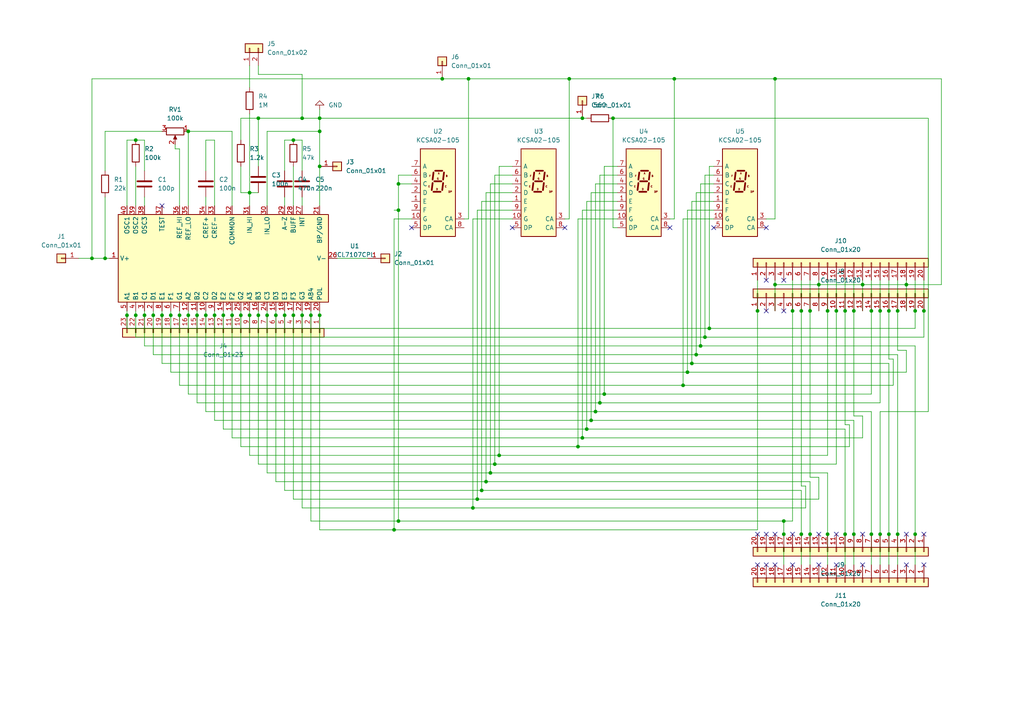
<source format=kicad_sch>
(kicad_sch (version 20211123) (generator eeschema)
  (paper "A4")
  (title_block (title "Voltímetro") (date "2022-09-01") (rev "1.0") (company "Instituto Tecnológico de Costa Rica") (comment 1 "Prototipo de PCB"))
  (lib_symbols
    (symbol "Analog_ADC:ICL7107CPL"
      (property "Reference" "U" (at -12.7 31.75 0))
      (property "Value" "ICL7107CPL" (at 0 0 0))
      (symbol "ICL7107CPL_0_1"
        (rectangle (start -12.7 30.48) (end 12.7 -30.48) (stroke (width 0.254)) (fill (type background)))
      )
      (symbol "ICL7107CPL_1_1"
        (pin power_in line (at 0 33.02 270) (length 2.54) (name "V+") (number "1"))
        (pin output line (at -15.24 5.08 0) (length 2.54) (name "C2") (number "10"))
        (pin output line (at -15.24 7.62 0) (length 2.54) (name "B2") (number "11"))
        (pin output line (at -15.24 10.16 0) (length 2.54) (name "A2") (number "12"))
        (pin output line (at -15.24 -2.54 0) (length 2.54) (name "F2") (number "13"))
        (pin output line (at -15.24 0 0) (length 2.54) (name "E2") (number "14"))
        (pin output line (at -15.24 -15.24 0) (length 2.54) (name "D3") (number "15"))
        (pin output line (at -15.24 -10.16 0) (length 2.54) (name "B3") (number "16"))
        (pin output line (at -15.24 -20.32 0) (length 2.54) (name "F3") (number "17"))
        (pin output line (at -15.24 -17.78 0) (length 2.54) (name "E3") (number "18"))
        (pin output line (at -15.24 -25.4 0) (length 2.54) (name "AB4") (number "19"))
        (pin output line (at -15.24 20.32 0) (length 2.54) (name "D1") (number "2"))
        (pin output line (at -15.24 -27.94 0) (length 2.54) (name "POL") (number "20"))
        (pin bidirectional line (at 15.24 -27.94 180) (length 2.54) (name "BP/GND") (number "21"))
        (pin output line (at -15.24 -22.86 0) (length 2.54) (name "G3") (number "22"))
        (pin output line (at -15.24 -7.62 0) (length 2.54) (name "A3") (number "23"))
        (pin output line (at -15.24 -12.7 0) (length 2.54) (name "C3") (number "24"))
        (pin output line (at -15.24 -5.08 0) (length 2.54) (name "G2") (number "25"))
        (pin power_in line (at 0 -33.02 90) (length 2.54) (name "V-") (number "26"))
        (pin passive line (at 15.24 -22.86 180) (length 2.54) (name "INT") (number "27"))
        (pin output line (at 15.24 -20.32 180) (length 2.54) (name "BUFF") (number "28"))
        (pin passive line (at 15.24 -17.78 180) (length 2.54) (name "A-Z") (number "29"))
        (pin output line (at -15.24 22.86 0) (length 2.54) (name "C1") (number "3"))
        (pin input line (at 15.24 -12.7 180) (length 2.54) (name "IN_LO") (number "30"))
        (pin input line (at 15.24 -7.62 180) (length 2.54) (name "IN_HI") (number "31"))
        (pin output line (at 15.24 -2.54 180) (length 2.54) (name "COMMON") (number "32"))
        (pin passive line (at 15.24 2.54 180) (length 2.54) (name "CREF-") (number "33"))
        (pin passive line (at 15.24 5.08 180) (length 2.54) (name "CREF+") (number "34"))
        (pin passive line (at 15.24 10.16 180) (length 2.54) (name "REF_LO") (number "35"))
        (pin passive line (at 15.24 12.7 180) (length 2.54) (name "REF_HI") (number "36"))
        (pin passive line (at 15.24 17.78 180) (length 2.54) (name "TEST") (number "37"))
        (pin passive line (at 15.24 22.86 180) (length 2.54) (name "OSC3") (number "38"))
        (pin passive line (at 15.24 25.4 180) (length 2.54) (name "OSC2") (number "39"))
        (pin output line (at -15.24 25.4 0) (length 2.54) (name "B1") (number "4"))
        (pin passive line (at 15.24 27.94 180) (length 2.54) (name "OSC1") (number "40"))
        (pin output line (at -15.24 27.94 0) (length 2.54) (name "A1") (number "5"))
        (pin output line (at -15.24 15.24 0) (length 2.54) (name "F1") (number "6"))
        (pin output line (at -15.24 12.7 0) (length 2.54) (name "G1") (number "7"))
        (pin output line (at -15.24 17.78 0) (length 2.54) (name "E1") (number "8"))
        (pin output line (at -15.24 2.54 0) (length 2.54) (name "D2") (number "9"))
      )
    )
    (symbol "Connector_Generic:Conn_01x01" (pin_names (offset 1.016) hide)
      (property "Reference" "J" (at 0 2.54 0))
      (property "Value" "Conn_01x01" (at 0 -2.54 0))
      (symbol "Conn_01x01_1_1"
        (rectangle (start -1.27 0.127) (end 0 -0.127) (stroke (width 0.1524)))
        (rectangle (start -1.27 1.27) (end 1.27 -1.27) (stroke (width 0.254)) (fill (type background)))
        (pin passive line (at -5.08 0 0) (length 3.81) (name "Pin_1") (number "1"))
      )
    )
    (symbol "Connector_Generic:Conn_01x02" (pin_names (offset 1.016) hide)
      (property "Reference" "J" (at 0 2.54 0))
      (property "Value" "Conn_01x02" (at 0 -5.08 0))
      (symbol "Conn_01x02_1_1"
        (rectangle (start -1.27 -2.413) (end 0 -2.667) (stroke (width 0.1524)))
        (rectangle (start -1.27 0.127) (end 0 -0.127) (stroke (width 0.1524)))
        (rectangle (start -1.27 1.27) (end 1.27 -3.81) (stroke (width 0.254)) (fill (type background)))
        (pin passive line (at -5.08 0 0) (length 3.81) (name "Pin_1") (number "1"))
        (pin passive line (at -5.08 -2.54 0) (length 3.81) (name "Pin_2") (number "2"))
      )
    )
    (symbol "Connector_Generic:Conn_01x20" (pin_names (offset 1.016) hide)
      (property "Reference" "J" (at 0 25.4 0))
      (property "Value" "Conn_01x20" (at 0 -27.94 0))
      (symbol "Conn_01x20_1_1"
        (rectangle (start -1.27 -25.273) (end 0 -25.527) (stroke (width 0.1524)))
        (rectangle (start -1.27 -22.733) (end 0 -22.987) (stroke (width 0.1524)))
        (rectangle (start -1.27 -20.193) (end 0 -20.447) (stroke (width 0.1524)))
        (rectangle (start -1.27 -17.653) (end 0 -17.907) (stroke (width 0.1524)))
        (rectangle (start -1.27 -15.113) (end 0 -15.367) (stroke (width 0.1524)))
        (rectangle (start -1.27 -12.573) (end 0 -12.827) (stroke (width 0.1524)))
        (rectangle (start -1.27 -10.033) (end 0 -10.287) (stroke (width 0.1524)))
        (rectangle (start -1.27 -7.493) (end 0 -7.747) (stroke (width 0.1524)))
        (rectangle (start -1.27 -4.953) (end 0 -5.207) (stroke (width 0.1524)))
        (rectangle (start -1.27 -2.413) (end 0 -2.667) (stroke (width 0.1524)))
        (rectangle (start -1.27 0.127) (end 0 -0.127) (stroke (width 0.1524)))
        (rectangle (start -1.27 2.667) (end 0 2.413) (stroke (width 0.1524)))
        (rectangle (start -1.27 5.207) (end 0 4.953) (stroke (width 0.1524)))
        (rectangle (start -1.27 7.747) (end 0 7.493) (stroke (width 0.1524)))
        (rectangle (start -1.27 10.287) (end 0 10.033) (stroke (width 0.1524)))
        (rectangle (start -1.27 12.827) (end 0 12.573) (stroke (width 0.1524)))
        (rectangle (start -1.27 15.367) (end 0 15.113) (stroke (width 0.1524)))
        (rectangle (start -1.27 17.907) (end 0 17.653) (stroke (width 0.1524)))
        (rectangle (start -1.27 20.447) (end 0 20.193) (stroke (width 0.1524)))
        (rectangle (start -1.27 22.987) (end 0 22.733) (stroke (width 0.1524)))
        (rectangle (start -1.27 24.13) (end 1.27 -26.67) (stroke (width 0.254)) (fill (type background)))
        (pin passive line (at -5.08 22.86 0) (length 3.81) (name "Pin_1") (number "1"))
        (pin passive line (at -5.08 0 0) (length 3.81) (name "Pin_10") (number "10"))
        (pin passive line (at -5.08 -2.54 0) (length 3.81) (name "Pin_11") (number "11"))
        (pin passive line (at -5.08 -5.08 0) (length 3.81) (name "Pin_12") (number "12"))
        (pin passive line (at -5.08 -7.62 0) (length 3.81) (name "Pin_13") (number "13"))
        (pin passive line (at -5.08 -10.16 0) (length 3.81) (name "Pin_14") (number "14"))
        (pin passive line (at -5.08 -12.7 0) (length 3.81) (name "Pin_15") (number "15"))
        (pin passive line (at -5.08 -15.24 0) (length 3.81) (name "Pin_16") (number "16"))
        (pin passive line (at -5.08 -17.78 0) (length 3.81) (name "Pin_17") (number "17"))
        (pin passive line (at -5.08 -20.32 0) (length 3.81) (name "Pin_18") (number "18"))
        (pin passive line (at -5.08 -22.86 0) (length 3.81) (name "Pin_19") (number "19"))
        (pin passive line (at -5.08 20.32 0) (length 3.81) (name "Pin_2") (number "2"))
        (pin passive line (at -5.08 -25.4 0) (length 3.81) (name "Pin_20") (number "20"))
        (pin passive line (at -5.08 17.78 0) (length 3.81) (name "Pin_3") (number "3"))
        (pin passive line (at -5.08 15.24 0) (length 3.81) (name "Pin_4") (number "4"))
        (pin passive line (at -5.08 12.7 0) (length 3.81) (name "Pin_5") (number "5"))
        (pin passive line (at -5.08 10.16 0) (length 3.81) (name "Pin_6") (number "6"))
        (pin passive line (at -5.08 7.62 0) (length 3.81) (name "Pin_7") (number "7"))
        (pin passive line (at -5.08 5.08 0) (length 3.81) (name "Pin_8") (number "8"))
        (pin passive line (at -5.08 2.54 0) (length 3.81) (name "Pin_9") (number "9"))
      )
    )
    (symbol "Connector_Generic:Conn_01x23" (pin_names (offset 1.016) hide)
      (property "Reference" "J" (at 0 30.48 0))
      (property "Value" "Conn_01x23" (at 0 -30.48 0))
      (symbol "Conn_01x23_1_1"
        (rectangle (start -1.27 -27.813) (end 0 -28.067) (stroke (width 0.1524)))
        (rectangle (start -1.27 -25.273) (end 0 -25.527) (stroke (width 0.1524)))
        (rectangle (start -1.27 -22.733) (end 0 -22.987) (stroke (width 0.1524)))
        (rectangle (start -1.27 -20.193) (end 0 -20.447) (stroke (width 0.1524)))
        (rectangle (start -1.27 -17.653) (end 0 -17.907) (stroke (width 0.1524)))
        (rectangle (start -1.27 -15.113) (end 0 -15.367) (stroke (width 0.1524)))
        (rectangle (start -1.27 -12.573) (end 0 -12.827) (stroke (width 0.1524)))
        (rectangle (start -1.27 -10.033) (end 0 -10.287) (stroke (width 0.1524)))
        (rectangle (start -1.27 -7.493) (end 0 -7.747) (stroke (width 0.1524)))
        (rectangle (start -1.27 -4.953) (end 0 -5.207) (stroke (width 0.1524)))
        (rectangle (start -1.27 -2.413) (end 0 -2.667) (stroke (width 0.1524)))
        (rectangle (start -1.27 0.127) (end 0 -0.127) (stroke (width 0.1524)))
        (rectangle (start -1.27 2.667) (end 0 2.413) (stroke (width 0.1524)))
        (rectangle (start -1.27 5.207) (end 0 4.953) (stroke (width 0.1524)))
        (rectangle (start -1.27 7.747) (end 0 7.493) (stroke (width 0.1524)))
        (rectangle (start -1.27 10.287) (end 0 10.033) (stroke (width 0.1524)))
        (rectangle (start -1.27 12.827) (end 0 12.573) (stroke (width 0.1524)))
        (rectangle (start -1.27 15.367) (end 0 15.113) (stroke (width 0.1524)))
        (rectangle (start -1.27 17.907) (end 0 17.653) (stroke (width 0.1524)))
        (rectangle (start -1.27 20.447) (end 0 20.193) (stroke (width 0.1524)))
        (rectangle (start -1.27 22.987) (end 0 22.733) (stroke (width 0.1524)))
        (rectangle (start -1.27 25.527) (end 0 25.273) (stroke (width 0.1524)))
        (rectangle (start -1.27 28.067) (end 0 27.813) (stroke (width 0.1524)))
        (rectangle (start -1.27 29.21) (end 1.27 -29.21) (stroke (width 0.254)) (fill (type background)))
        (pin passive line (at -5.08 27.94 0) (length 3.81) (name "Pin_1") (number "1"))
        (pin passive line (at -5.08 5.08 0) (length 3.81) (name "Pin_10") (number "10"))
        (pin passive line (at -5.08 2.54 0) (length 3.81) (name "Pin_11") (number "11"))
        (pin passive line (at -5.08 0 0) (length 3.81) (name "Pin_12") (number "12"))
        (pin passive line (at -5.08 -2.54 0) (length 3.81) (name "Pin_13") (number "13"))
        (pin passive line (at -5.08 -5.08 0) (length 3.81) (name "Pin_14") (number "14"))
        (pin passive line (at -5.08 -7.62 0) (length 3.81) (name "Pin_15") (number "15"))
        (pin passive line (at -5.08 -10.16 0) (length 3.81) (name "Pin_16") (number "16"))
        (pin passive line (at -5.08 -12.7 0) (length 3.81) (name "Pin_17") (number "17"))
        (pin passive line (at -5.08 -15.24 0) (length 3.81) (name "Pin_18") (number "18"))
        (pin passive line (at -5.08 -17.78 0) (length 3.81) (name "Pin_19") (number "19"))
        (pin passive line (at -5.08 25.4 0) (length 3.81) (name "Pin_2") (number "2"))
        (pin passive line (at -5.08 -20.32 0) (length 3.81) (name "Pin_20") (number "20"))
        (pin passive line (at -5.08 -22.86 0) (length 3.81) (name "Pin_21") (number "21"))
        (pin passive line (at -5.08 -25.4 0) (length 3.81) (name "Pin_22") (number "22"))
        (pin passive line (at -5.08 -27.94 0) (length 3.81) (name "Pin_23") (number "23"))
        (pin passive line (at -5.08 22.86 0) (length 3.81) (name "Pin_3") (number "3"))
        (pin passive line (at -5.08 20.32 0) (length 3.81) (name "Pin_4") (number "4"))
        (pin passive line (at -5.08 17.78 0) (length 3.81) (name "Pin_5") (number "5"))
        (pin passive line (at -5.08 15.24 0) (length 3.81) (name "Pin_6") (number "6"))
        (pin passive line (at -5.08 12.7 0) (length 3.81) (name "Pin_7") (number "7"))
        (pin passive line (at -5.08 10.16 0) (length 3.81) (name "Pin_8") (number "8"))
        (pin passive line (at -5.08 7.62 0) (length 3.81) (name "Pin_9") (number "9"))
      )
    )
    (symbol "Device:C" (pin_numbers hide) (pin_names (offset 0.254))
      (property "Reference" "C" (at 0.635 2.54 0))
      (property "Value" "C" (at 0.635 -2.54 0))
      (symbol "C_0_1"
        (polyline (pts (xy -2.032 -0.762) (xy 2.032 -0.762)) (stroke (width 0.508)))
        (polyline (pts (xy -2.032 0.762) (xy 2.032 0.762)) (stroke (width 0.508)))
      )
      (symbol "C_1_1"
        (pin passive line (at 0 3.81 270) (length 2.794) (name "~") (number "1"))
        (pin passive line (at 0 -3.81 90) (length 2.794) (name "~") (number "2"))
      )
    )
    (symbol "Device:R" (pin_numbers hide) (pin_names (offset 0))
      (property "Reference" "R" (at 2.032 0 90))
      (property "Value" "R" (at 0 0 90))
      (symbol "R_0_1"
        (rectangle (start -1.016 -2.54) (end 1.016 2.54) (stroke (width 0.254)))
      )
      (symbol "R_1_1"
        (pin passive line (at 0 3.81 270) (length 1.27) (name "~") (number "1"))
        (pin passive line (at 0 -3.81 90) (length 1.27) (name "~") (number "2"))
      )
    )
    (symbol "Device:R_Potentiometer" (pin_names (offset 1.016) hide)
      (property "Reference" "RV" (at -4.445 0 90))
      (property "Value" "R_Potentiometer" (at -2.54 0 90))
      (symbol "R_Potentiometer_0_1"
        (polyline (pts (xy 2.54 0) (xy 1.524 0)))
        (polyline (pts (xy 1.143 0) (xy 2.286 0.508) (xy 2.286 -0.508) (xy 1.143 0)) (fill (type outline)))
        (rectangle (start 1.016 2.54) (end -1.016 -2.54) (stroke (width 0.254)))
      )
      (symbol "R_Potentiometer_1_1"
        (pin passive line (at 0 3.81 270) (length 1.27) (name "1") (number "1"))
        (pin passive line (at 3.81 0 180) (length 1.27) (name "2") (number "2"))
        (pin passive line (at 0 -3.81 90) (length 1.27) (name "3") (number "3"))
      )
    )
    (symbol "Display_Character:KCSA02-105" (pin_names (offset 0.635))
      (property "Reference" "U" (at -2.54 13.97 0))
      (property "Value" "KCSA02-105" (at 1.27 13.97 0))
      (symbol "KCSA02-105_0_0"
        (text "A" (at 0.254 5.588 0) (effects (font (size 0.508 0.508))))
        (text "B" (at 2.54 4.826 0) (effects (font (size 0.508 0.508))))
        (text "C" (at 2.286 1.778 0) (effects (font (size 0.508 0.508))))
        (text "D" (at -0.254 1.016 0) (effects (font (size 0.508 0.508))))
        (text "DP" (at 3.556 0.254 0) (effects (font (size 0.508 0.508))))
        (text "E" (at -2.54 1.778 0) (effects (font (size 0.508 0.508))))
        (text "F" (at -2.286 4.826 0) (effects (font (size 0.508 0.508))))
        (text "G" (at 0 4.064 0) (effects (font (size 0.508 0.508))))
      )
      (symbol "KCSA02-105_0_1"
        (rectangle (start -5.08 12.7) (end 5.08 -12.7) (stroke (width 0.254)) (fill (type background)))
        (polyline (pts (xy -1.524 2.794) (xy -1.778 0.762)) (stroke (width 0.508)))
        (polyline (pts (xy -1.27 0.254) (xy 0.762 0.254)) (stroke (width 0.508)))
        (polyline (pts (xy -1.27 5.842) (xy -1.524 3.81)) (stroke (width 0.508)))
        (polyline (pts (xy -1.016 3.302) (xy 1.016 3.302)) (stroke (width 0.508)))
        (polyline (pts (xy -0.762 6.35) (xy 1.27 6.35)) (stroke (width 0.508)))
        (polyline (pts (xy 1.524 2.794) (xy 1.27 0.762)) (stroke (width 0.508)))
        (polyline (pts (xy 1.778 5.842) (xy 1.524 3.81)) (stroke (width 0.508)))
        (polyline (pts (xy 2.54 0.254) (xy 2.54 0.254)) (stroke (width 0.508)))
      )
      (symbol "KCSA02-105_1_1"
        (pin input line (at -7.62 -2.54 0) (length 2.54) (name "E") (number "1"))
        (pin input line (at -7.62 -7.62 0) (length 2.54) (name "G") (number "10"))
        (pin input line (at -7.62 0 0) (length 2.54) (name "D") (number "2"))
        (pin input line (at 7.62 -7.62 180) (length 2.54) (name "CA") (number "3"))
        (pin input line (at -7.62 2.54 0) (length 2.54) (name "C") (number "4"))
        (pin input line (at -7.62 -10.16 0) (length 2.54) (name "DP") (number "5"))
        (pin input line (at -7.62 5.08 0) (length 2.54) (name "B") (number "6"))
        (pin input line (at -7.62 7.62 0) (length 2.54) (name "A") (number "7"))
        (pin input line (at 7.62 -10.16 180) (length 2.54) (name "CA") (number "8"))
        (pin input line (at -7.62 -5.08 0) (length 2.54) (name "F") (number "9"))
      )
    )
    (symbol "power:GND" (power) (pin_names (offset 0))
      (property "Value" "GND" (at 0 -3.81 0))
      (symbol "GND_0_1"
        (polyline (pts (xy 0 0) (xy 0 -1.27) (xy 1.27 -1.27) (xy 0 -2.54) (xy -1.27 -1.27) (xy 0 -1.27)))
      )
      (symbol "GND_1_1"
        (pin power_in line (at 0 0 270) (length 0) hide (name "GND") (number "1"))
      )
    )
  )
  (junction (at 139.7 142.24))
  (junction (at 54.61 91.44))
  (junction (at 252.73 154.94))
  (junction (at 46.99 91.44))
  (junction (at 260.35 90.17))
  (junction (at 224.79 22.86))
  (junction (at 200.66 105.41))
  (junction (at 250.19 82.55))
  (junction (at 224.79 82.55))
  (junction (at 142.24 137.16))
  (junction (at 240.03 90.17))
  (junction (at 26.67 74.93))
  (junction (at 67.31 91.44))
  (junction (at 54.61 38.1))
  (junction (at 265.43 154.94))
  (junction (at 87.63 34.29))
  (junction (at 115.57 53.34))
  (junction (at 245.11 90.17))
  (junction (at 39.37 91.44))
  (junction (at 262.89 82.55))
  (junction (at 247.65 90.17))
  (junction (at 252.73 90.17))
  (junction (at 41.91 91.44))
  (junction (at 257.81 90.17))
  (junction (at 267.97 90.17))
  (junction (at 115.57 60.96))
  (junction (at 92.71 34.29))
  (junction (at 255.27 90.17))
  (junction (at 195.58 22.86))
  (junction (at 227.33 154.94))
  (junction (at 143.51 134.62))
  (junction (at 82.55 91.44))
  (junction (at 234.95 90.17))
  (junction (at 30.48 74.93))
  (junction (at 52.07 91.44))
  (junction (at 57.15 91.44))
  (junction (at 144.78 132.08))
  (junction (at 90.17 91.44))
  (junction (at 36.83 91.44))
  (junction (at 92.71 38.1))
  (junction (at 177.8 34.29))
  (junction (at 62.23 91.44))
  (junction (at 114.3 153.67))
  (junction (at 49.53 91.44))
  (junction (at 59.69 91.44))
  (junction (at 247.65 154.94))
  (junction (at 257.81 154.94))
  (junction (at 92.71 48.26))
  (junction (at 74.93 91.44))
  (junction (at 77.47 91.44))
  (junction (at 128.27 22.86))
  (junction (at 255.27 154.94))
  (junction (at 39.37 40.64))
  (junction (at 203.2 100.33))
  (junction (at 234.95 154.94))
  (junction (at 201.93 102.87))
  (junction (at 64.77 91.44))
  (junction (at 172.72 119.38))
  (junction (at 137.16 147.32))
  (junction (at 170.18 124.46))
  (junction (at 72.39 55.88))
  (junction (at 44.45 91.44))
  (junction (at 168.91 34.29))
  (junction (at 74.93 34.29))
  (junction (at 260.35 154.94))
  (junction (at 138.43 144.78))
  (junction (at 115.57 151.13))
  (junction (at 205.74 95.25))
  (junction (at 85.09 91.44))
  (junction (at 168.91 127))
  (junction (at 173.99 116.84))
  (junction (at 167.64 129.54))
  (junction (at 80.01 91.44))
  (junction (at 245.11 154.94))
  (junction (at 85.09 40.64))
  (junction (at 229.87 90.17))
  (junction (at 92.71 91.44))
  (junction (at 69.85 91.44))
  (junction (at 72.39 91.44))
  (junction (at 87.63 91.44))
  (junction (at 232.41 90.17))
  (junction (at 140.97 139.7))
  (junction (at 240.03 154.94))
  (junction (at 199.39 107.95))
  (junction (at 265.43 90.17))
  (junction (at 219.71 90.17))
  (junction (at 165.1 22.86))
  (junction (at 175.26 114.3))
  (junction (at 198.12 111.76))
  (junction (at 232.41 154.94))
  (junction (at 171.45 121.92))
  (junction (at 204.47 97.79))
  (junction (at 242.57 90.17))
  (junction (at 227.33 151.13))
  (junction (at 135.89 22.86))
  (junction (at 237.49 82.55))
  (no_connect (at 222.25 81.28))
  (no_connect (at 227.33 81.28))
  (no_connect (at 46.99 59.69))
  (no_connect (at 119.38 66.04))
  (no_connect (at 194.31 66.04))
  (no_connect (at 222.25 66.04))
  (no_connect (at 207.01 66.04))
  (no_connect (at 163.83 66.04))
  (no_connect (at 148.59 66.04))
  (no_connect (at 227.33 90.17))
  (no_connect (at 237.49 154.94))
  (no_connect (at 229.87 154.94))
  (no_connect (at 224.79 154.94))
  (no_connect (at 267.97 154.94))
  (no_connect (at 262.89 154.94))
  (no_connect (at 222.25 90.17))
  (no_connect (at 250.19 154.94))
  (no_connect (at 222.25 154.94))
  (no_connect (at 219.71 154.94))
  (no_connect (at 242.57 154.94))
  (no_connect (at 224.79 163.83))
  (no_connect (at 219.71 163.83))
  (no_connect (at 222.25 163.83))
  (no_connect (at 237.49 163.83))
  (no_connect (at 262.89 163.83))
  (no_connect (at 267.97 163.83))
  (no_connect (at 250.19 163.83))
  (no_connect (at 242.57 163.83))
  (no_connect (at 229.87 163.83))
  (wire (pts (xy 74.93 48.26) (xy 74.93 34.29)))
  (wire (pts (xy 92.71 38.1) (xy 92.71 48.26)))
  (wire (pts (xy 30.48 57.15) (xy 30.48 74.93)))
  (wire (pts (xy 59.69 40.64) (xy 59.69 49.53)))
  (wire (pts (xy 245.11 81.28) (xy 245.11 90.17)))
  (wire (pts (xy 257.81 90.17) (xy 257.81 104.14)))
  (wire (pts (xy 224.79 63.5) (xy 224.79 22.86)))
  (wire (pts (xy 54.61 38.1) (xy 67.31 38.1)))
  (wire (pts (xy 250.19 82.55) (xy 250.19 90.17)))
  (wire (pts (xy 69.85 91.44) (xy 69.85 129.54)))
  (wire (pts (xy 234.95 138.43) (xy 237.49 138.43)))
  (wire (pts (xy 245.11 154.94) (xy 245.11 124.46)))
  (wire (pts (xy 259.08 104.14) (xy 259.08 111.76)))
  (wire (pts (xy 265.43 154.94) (xy 265.43 163.83)))
  (wire (pts (xy 204.47 50.8) (xy 207.01 50.8)))
  (wire (pts (xy 250.19 82.55) (xy 262.89 82.55)))
  (wire (pts (xy 69.85 34.29) (xy 74.93 34.29)))
  (wire (pts (xy 234.95 154.94) (xy 234.95 163.83)))
  (wire (pts (xy 199.39 107.95) (xy 199.39 60.96)))
  (wire (pts (xy 168.91 60.96) (xy 179.07 60.96)))
  (wire (pts (xy 39.37 91.44) (xy 39.37 97.79)))
  (wire (pts (xy 255.27 154.94) (xy 255.27 119.38)))
  (wire (pts (xy 257.81 154.94) (xy 257.81 105.41)))
  (wire (pts (xy 80.01 139.7) (xy 140.97 139.7)))
  (wire (pts (xy 85.09 90.17) (xy 85.09 91.44)))
  (wire (pts (xy 252.73 114.3) (xy 175.26 114.3)))
  (wire (pts (xy 39.37 48.26) (xy 39.37 59.69)))
  (wire (pts (xy 170.18 58.42) (xy 179.07 58.42)))
  (wire (pts (xy 165.1 63.5) (xy 165.1 22.86)))
  (wire (pts (xy 265.43 100.33) (xy 203.2 100.33)))
  (wire (pts (xy 237.49 82.55) (xy 250.19 82.55)))
  (wire (pts (xy 265.43 95.25) (xy 205.74 95.25)))
  (wire (pts (xy 255.27 119.38) (xy 269.24 119.38)))
  (wire (pts (xy 245.11 90.17) (xy 245.11 123.19)))
  (wire (pts (xy 67.31 127) (xy 168.91 127)))
  (wire (pts (xy 260.35 102.87) (xy 201.93 102.87)))
  (wire (pts (xy 62.23 40.64) (xy 59.69 40.64)))
  (wire (pts (xy 242.57 90.17) (xy 242.57 134.62)))
  (wire (pts (xy 69.85 129.54) (xy 167.64 129.54)))
  (wire (pts (xy 44.45 102.87) (xy 201.93 102.87)))
  (wire (pts (xy 224.79 81.28) (xy 224.79 82.55)))
  (wire (pts (xy 255.27 90.17) (xy 255.27 116.84)))
  (wire (pts (xy 247.65 90.17) (xy 247.65 120.65)))
  (wire (pts (xy 82.55 90.17) (xy 82.55 91.44)))
  (wire (pts (xy 46.99 90.17) (xy 46.99 91.44)))
  (wire (pts (xy 135.89 63.5) (xy 135.89 22.86)))
  (wire (pts (xy 49.53 107.95) (xy 199.39 107.95)))
  (wire (pts (xy 52.07 91.44) (xy 52.07 111.76)))
  (wire (pts (xy 72.39 91.44) (xy 72.39 132.08)))
  (wire (pts (xy 245.11 154.94) (xy 245.11 163.83)))
  (wire (pts (xy 198.12 111.76) (xy 259.08 111.76)))
  (wire (pts (xy 92.71 91.44) (xy 92.71 153.67)))
  (wire (pts (xy 97.79 74.93) (xy 106.68 74.93)))
  (wire (pts (xy 72.39 59.69) (xy 72.39 55.88)))
  (wire (pts (xy 260.35 101.6) (xy 262.89 101.6)))
  (wire (pts (xy 77.47 38.1) (xy 92.71 38.1)))
  (wire (pts (xy 273.05 82.55) (xy 273.05 22.86)))
  (wire (pts (xy 92.71 48.26) (xy 92.71 59.69)))
  (wire (pts (xy 247.65 154.94) (xy 247.65 121.92)))
  (wire (pts (xy 50.8 43.18) (xy 50.8 41.91)))
  (wire (pts (xy 87.63 34.29) (xy 92.71 34.29)))
  (wire (pts (xy 240.03 132.08) (xy 144.78 132.08)))
  (wire (pts (xy 39.37 97.79) (xy 204.47 97.79)))
  (wire (pts (xy 173.99 50.8) (xy 179.07 50.8)))
  (wire (pts (xy 260.35 81.28) (xy 260.35 90.17)))
  (wire (pts (xy 85.09 48.26) (xy 85.09 59.69)))
  (wire (pts (xy 232.41 90.17) (xy 232.41 140.97)))
  (wire (pts (xy 36.83 95.25) (xy 205.74 95.25)))
  (wire (pts (xy 171.45 121.92) (xy 171.45 55.88)))
  (wire (pts (xy 54.61 59.69) (xy 54.61 38.1)))
  (wire (pts (xy 74.93 91.44) (xy 74.93 134.62)))
  (wire (pts (xy 92.71 34.29) (xy 92.71 38.1)))
  (wire (pts (xy 203.2 53.34) (xy 207.01 53.34)))
  (wire (pts (xy 232.41 142.24) (xy 232.41 154.94)))
  (wire (pts (xy 252.73 119.38) (xy 172.72 119.38)))
  (wire (pts (xy 115.57 151.13) (xy 227.33 151.13)))
  (wire (pts (xy 74.93 134.62) (xy 143.51 134.62)))
  (wire (pts (xy 26.67 22.86) (xy 26.67 74.93)))
  (wire (pts (xy 234.95 90.17) (xy 234.95 138.43)))
  (wire (pts (xy 30.48 38.1) (xy 30.48 49.53)))
  (wire (pts (xy 252.73 90.17) (xy 252.73 114.3)))
  (wire (pts (xy 257.81 81.28) (xy 257.81 90.17)))
  (wire (pts (xy 90.17 151.13) (xy 115.57 151.13)))
  (wire (pts (xy 172.72 119.38) (xy 172.72 53.34)))
  (wire (pts (xy 135.89 22.86) (xy 128.27 22.86)))
  (wire (pts (xy 59.69 119.38) (xy 172.72 119.38)))
  (wire (pts (xy 267.97 90.17) (xy 267.97 97.79)))
  (wire (pts (xy 85.09 91.44) (xy 85.09 144.78)))
  (wire (pts (xy 252.73 154.94) (xy 252.73 119.38)))
  (wire (pts (xy 195.58 22.86) (xy 165.1 22.86)))
  (wire (pts (xy 36.83 91.44) (xy 36.83 95.25)))
  (wire (pts (xy 140.97 55.88) (xy 148.59 55.88)))
  (wire (pts (xy 257.81 154.94) (xy 257.81 163.83)))
  (wire (pts (xy 49.53 91.44) (xy 49.53 107.95)))
  (wire (pts (xy 224.79 22.86) (xy 195.58 22.86)))
  (wire (pts (xy 200.66 105.41) (xy 200.66 58.42)))
  (wire (pts (xy 237.49 82.55) (xy 237.49 90.17)))
  (wire (pts (xy 240.03 137.16) (xy 142.24 137.16)))
  (wire (pts (xy 41.91 49.53) (xy 41.91 40.64)))
  (wire (pts (xy 72.39 55.88) (xy 74.93 55.88)))
  (wire (pts (xy 173.99 116.84) (xy 173.99 50.8)))
  (wire (pts (xy 140.97 139.7) (xy 140.97 55.88)))
  (wire (pts (xy 87.63 90.17) (xy 87.63 91.44)))
  (wire (pts (xy 260.35 90.17) (xy 260.35 101.6)))
  (wire (pts (xy 247.65 154.94) (xy 247.65 163.83)))
  (wire (pts (xy 262.89 101.6) (xy 262.89 107.95)))
  (wire (pts (xy 87.63 147.32) (xy 137.16 147.32)))
  (wire (pts (xy 163.83 63.5) (xy 165.1 63.5)))
  (wire (pts (xy 77.47 59.69) (xy 77.47 38.1)))
  (wire (pts (xy 137.16 147.32) (xy 137.16 63.5)))
  (wire (pts (xy 198.12 111.76) (xy 198.12 63.5)))
  (wire (pts (xy 67.31 90.17) (xy 67.31 91.44)))
  (wire (pts (xy 267.97 97.79) (xy 204.47 97.79)))
  (wire (pts (xy 198.12 63.5) (xy 207.01 63.5)))
  (wire (pts (xy 199.39 107.95) (xy 262.89 107.95)))
  (wire (pts (xy 92.71 34.29) (xy 168.91 34.29)))
  (wire (pts (xy 59.69 90.17) (xy 59.69 91.44)))
  (wire (pts (xy 36.83 90.17) (xy 36.83 91.44)))
  (wire (pts (xy 69.85 90.17) (xy 69.85 91.44)))
  (wire (pts (xy 201.93 102.87) (xy 201.93 55.88)))
  (wire (pts (xy 80.01 91.44) (xy 80.01 139.7)))
  (wire (pts (xy 119.38 53.34) (xy 115.57 53.34)))
  (wire (pts (xy 67.31 91.44) (xy 67.31 127)))
  (wire (pts (xy 41.91 57.15) (xy 41.91 59.69)))
  (wire (pts (xy 92.71 153.67) (xy 114.3 153.67)))
  (wire (pts (xy 54.61 90.17) (xy 54.61 91.44)))
  (wire (pts (xy 82.55 49.53) (xy 82.55 40.64)))
  (wire (pts (xy 252.73 81.28) (xy 252.73 90.17)))
  (wire (pts (xy 200.66 105.41) (xy 257.81 105.41)))
  (wire (pts (xy 72.39 33.02) (xy 72.39 55.88)))
  (wire (pts (xy 177.8 66.04) (xy 177.8 34.29)))
  (wire (pts (xy 62.23 91.44) (xy 62.23 121.92)))
  (wire (pts (xy 64.77 124.46) (xy 170.18 124.46)))
  (wire (pts (xy 26.67 74.93) (xy 30.48 74.93)))
  (wire (pts (xy 240.03 81.28) (xy 240.03 90.17)))
  (wire (pts (xy 137.16 63.5) (xy 148.59 63.5)))
  (wire (pts (xy 57.15 116.84) (xy 173.99 116.84)))
  (wire (pts (xy 229.87 81.28) (xy 229.87 90.17)))
  (wire (pts (xy 52.07 90.17) (xy 52.07 91.44)))
  (wire (pts (xy 247.65 120.65) (xy 250.19 120.65)))
  (wire (pts (xy 260.35 154.94) (xy 260.35 102.87)))
  (wire (pts (xy 175.26 114.3) (xy 175.26 48.26)))
  (wire (pts (xy 52.07 43.18) (xy 50.8 43.18)))
  (wire (pts (xy 41.91 90.17) (xy 41.91 91.44)))
  (wire (pts (xy 234.95 139.7) (xy 140.97 139.7)))
  (wire (pts (xy 36.83 59.69) (xy 36.83 40.64)))
  (wire (pts (xy 195.58 63.5) (xy 195.58 22.86)))
  (wire (pts (xy 173.99 116.84) (xy 255.27 116.84)))
  (wire (pts (xy 170.18 34.29) (xy 168.91 34.29)))
  (wire (pts (xy 262.89 81.28) (xy 262.89 82.55)))
  (wire (pts (xy 201.93 55.88) (xy 207.01 55.88)))
  (wire (pts (xy 69.85 55.88) (xy 72.39 55.88)))
  (wire (pts (xy 227.33 151.13) (xy 229.87 151.13)))
  (wire (pts (xy 59.69 57.15) (xy 59.69 59.69)))
  (wire (pts (xy 262.89 82.55) (xy 262.89 90.17)))
  (wire (pts (xy 114.3 63.5) (xy 119.38 63.5)))
  (wire (pts (xy 233.68 140.97) (xy 233.68 147.32)))
  (wire (pts (xy 219.71 153.67) (xy 114.3 153.67)))
  (wire (pts (xy 139.7 142.24) (xy 139.7 58.42)))
  (wire (pts (xy 232.41 81.28) (xy 232.41 90.17)))
  (wire (pts (xy 30.48 74.93) (xy 31.75 74.93)))
  (wire (pts (xy 171.45 55.88) (xy 179.07 55.88)))
  (wire (pts (xy 245.11 124.46) (xy 170.18 124.46)))
  (wire (pts (xy 39.37 90.17) (xy 39.37 91.44)))
  (wire (pts (xy 77.47 91.44) (xy 77.47 137.16)))
  (wire (pts (xy 200.66 58.42) (xy 207.01 58.42)))
  (wire (pts (xy 82.55 40.64) (xy 85.09 40.64)))
  (wire (pts (xy 57.15 90.17) (xy 57.15 91.44)))
  (wire (pts (xy 74.93 21.59) (xy 87.63 21.59)))
  (wire (pts (xy 205.74 95.25) (xy 205.74 48.26)))
  (wire (pts (xy 114.3 60.96) (xy 115.57 60.96)))
  (wire (pts (xy 269.24 119.38) (xy 269.24 34.29)))
  (wire (pts (xy 115.57 53.34) (xy 115.57 60.96)))
  (wire (pts (xy 82.55 57.15) (xy 82.55 59.69)))
  (wire (pts (xy 82.55 142.24) (xy 139.7 142.24)))
  (wire (pts (xy 227.33 151.13) (xy 227.33 154.94)))
  (wire (pts (xy 44.45 90.17) (xy 44.45 91.44)))
  (wire (pts (xy 46.99 38.1) (xy 30.48 38.1)))
  (wire (pts (xy 222.25 63.5) (xy 224.79 63.5)))
  (wire (pts (xy 167.64 129.54) (xy 246.38 129.54)))
  (wire (pts (xy 59.69 91.44) (xy 59.69 119.38)))
  (wire (pts (xy 224.79 82.55) (xy 224.79 90.17)))
  (wire (pts (xy 67.31 38.1) (xy 67.31 59.69)))
  (wire (pts (xy 52.07 59.69) (xy 52.07 43.18)))
  (wire (pts (xy 240.03 154.94) (xy 240.03 163.83)))
  (wire (pts (xy 87.63 91.44) (xy 87.63 147.32)))
  (wire (pts (xy 205.74 48.26) (xy 207.01 48.26)))
  (wire (pts (xy 72.39 19.05) (xy 72.39 25.4)))
  (wire (pts (xy 234.95 154.94) (xy 234.95 139.7)))
  (wire (pts (xy 137.16 147.32) (xy 233.68 147.32)))
  (wire (pts (xy 144.78 132.08) (xy 144.78 48.26)))
  (wire (pts (xy 39.37 40.64) (xy 41.91 40.64)))
  (wire (pts (xy 54.61 91.44) (xy 54.61 114.3)))
  (wire (pts (xy 62.23 90.17) (xy 62.23 91.44)))
  (wire (pts (xy 255.27 81.28) (xy 255.27 90.17)))
  (wire (pts (xy 257.81 104.14) (xy 259.08 104.14)))
  (wire (pts (xy 57.15 91.44) (xy 57.15 116.84)))
  (wire (pts (xy 265.43 81.28) (xy 265.43 90.17)))
  (wire (pts (xy 219.71 90.17) (xy 219.71 153.67)))
  (wire (pts (xy 237.49 144.78) (xy 138.43 144.78)))
  (wire (pts (xy 165.1 22.86) (xy 135.89 22.86)))
  (wire (pts (xy 267.97 81.28) (xy 267.97 90.17)))
  (wire (pts (xy 179.07 66.04) (xy 177.8 66.04)))
  (wire (pts (xy 85.09 144.78) (xy 138.43 144.78)))
  (wire (pts (xy 142.24 53.34) (xy 148.59 53.34)))
  (wire (pts (xy 134.62 63.5) (xy 135.89 63.5)))
  (wire (pts (xy 246.38 123.19) (xy 246.38 129.54)))
  (wire (pts (xy 74.93 34.29) (xy 87.63 34.29)))
  (wire (pts (xy 41.91 91.44) (xy 41.91 100.33)))
  (wire (pts (xy 262.89 82.55) (xy 273.05 82.55)))
  (wire (pts (xy 255.27 154.94) (xy 255.27 163.83)))
  (wire (pts (xy 41.91 100.33) (xy 203.2 100.33)))
  (wire (pts (xy 85.09 40.64) (xy 87.63 40.64)))
  (wire (pts (xy 36.83 40.64) (xy 39.37 40.64)))
  (wire (pts (xy 250.19 127) (xy 168.91 127)))
  (wire (pts (xy 252.73 154.94) (xy 252.73 163.83)))
  (wire (pts (xy 167.64 63.5) (xy 179.07 63.5)))
  (wire (pts (xy 237.49 81.28) (xy 237.49 82.55)))
  (wire (pts (xy 227.33 154.94) (xy 227.33 163.83)))
  (wire (pts (xy 242.57 81.28) (xy 242.57 90.17)))
  (wire (pts (xy 92.71 31.75) (xy 92.71 34.29)))
  (wire (pts (xy 142.24 137.16) (xy 142.24 53.34)))
  (wire (pts (xy 219.71 81.28) (xy 219.71 90.17)))
  (wire (pts (xy 52.07 111.76) (xy 198.12 111.76)))
  (wire (pts (xy 250.19 81.28) (xy 250.19 82.55)))
  (wire (pts (xy 44.45 91.44) (xy 44.45 102.87)))
  (wire (pts (xy 232.41 140.97) (xy 233.68 140.97)))
  (wire (pts (xy 64.77 90.17) (xy 64.77 91.44)))
  (wire (pts (xy 229.87 90.17) (xy 229.87 151.13)))
  (wire (pts (xy 62.23 121.92) (xy 171.45 121.92)))
  (wire (pts (xy 114.3 63.5) (xy 114.3 153.67)))
  (wire (pts (xy 49.53 90.17) (xy 49.53 91.44)))
  (wire (pts (xy 87.63 49.53) (xy 87.63 40.64)))
  (wire (pts (xy 74.93 90.17) (xy 74.93 91.44)))
  (wire (pts (xy 175.26 48.26) (xy 179.07 48.26)))
  (wire (pts (xy 138.43 60.96) (xy 148.59 60.96)))
  (wire (pts (xy 54.61 114.3) (xy 175.26 114.3)))
  (wire (pts (xy 247.65 81.28) (xy 247.65 90.17)))
  (wire (pts (xy 167.64 129.54) (xy 167.64 63.5)))
  (wire (pts (xy 199.39 60.96) (xy 207.01 60.96)))
  (wire (pts (xy 204.47 97.79) (xy 204.47 50.8)))
  (wire (pts (xy 62.23 59.69) (xy 62.23 40.64)))
  (wire (pts (xy 232.41 154.94) (xy 232.41 163.83)))
  (wire (pts (xy 138.43 144.78) (xy 138.43 60.96)))
  (wire (pts (xy 269.24 34.29) (xy 177.8 34.29)))
  (wire (pts (xy 194.31 63.5) (xy 195.58 63.5)))
  (wire (pts (xy 240.03 154.94) (xy 240.03 137.16)))
  (wire (pts (xy 74.93 19.05) (xy 74.93 21.59)))
  (wire (pts (xy 90.17 90.17) (xy 90.17 91.44)))
  (wire (pts (xy 72.39 132.08) (xy 144.78 132.08)))
  (wire (pts (xy 237.49 138.43) (xy 237.49 144.78)))
  (wire (pts (xy 87.63 21.59) (xy 87.63 34.29)))
  (wire (pts (xy 242.57 134.62) (xy 143.51 134.62)))
  (wire (pts (xy 46.99 105.41) (xy 200.66 105.41)))
  (wire (pts (xy 22.86 74.93) (xy 26.67 74.93)))
  (wire (pts (xy 72.39 90.17) (xy 72.39 91.44)))
  (wire (pts (xy 77.47 90.17) (xy 77.47 91.44)))
  (wire (pts (xy 245.11 123.19) (xy 246.38 123.19)))
  (wire (pts (xy 265.43 154.94) (xy 265.43 100.33)))
  (wire (pts (xy 80.01 90.17) (xy 80.01 91.44)))
  (wire (pts (xy 115.57 50.8) (xy 115.57 53.34)))
  (wire (pts (xy 143.51 134.62) (xy 143.51 50.8)))
  (wire (pts (xy 265.43 90.17) (xy 265.43 95.25)))
  (wire (pts (xy 92.71 90.17) (xy 92.71 91.44)))
  (wire (pts (xy 172.72 53.34) (xy 179.07 53.34)))
  (wire (pts (xy 250.19 120.65) (xy 250.19 127)))
  (wire (pts (xy 128.27 22.86) (xy 26.67 22.86)))
  (wire (pts (xy 139.7 58.42) (xy 148.59 58.42)))
  (wire (pts (xy 240.03 90.17) (xy 240.03 132.08)))
  (wire (pts (xy 170.18 124.46) (xy 170.18 58.42)))
  (wire (pts (xy 77.47 137.16) (xy 142.24 137.16)))
  (wire (pts (xy 87.63 57.15) (xy 87.63 59.69)))
  (wire (pts (xy 224.79 22.86) (xy 273.05 22.86)))
  (wire (pts (xy 82.55 91.44) (xy 82.55 142.24)))
  (wire (pts (xy 69.85 48.26) (xy 69.85 55.88)))
  (wire (pts (xy 260.35 154.94) (xy 260.35 163.83)))
  (wire (pts (xy 247.65 121.92) (xy 171.45 121.92)))
  (wire (pts (xy 90.17 91.44) (xy 90.17 151.13)))
  (wire (pts (xy 69.85 40.64) (xy 69.85 34.29)))
  (wire (pts (xy 203.2 100.33) (xy 203.2 53.34)))
  (wire (pts (xy 115.57 50.8) (xy 119.38 50.8)))
  (wire (pts (xy 115.57 60.96) (xy 115.57 151.13)))
  (wire (pts (xy 143.51 50.8) (xy 148.59 50.8)))
  (wire (pts (xy 224.79 82.55) (xy 237.49 82.55)))
  (wire (pts (xy 64.77 91.44) (xy 64.77 124.46)))
  (wire (pts (xy 234.95 81.28) (xy 234.95 90.17)))
  (wire (pts (xy 144.78 48.26) (xy 148.59 48.26)))
  (wire (pts (xy 46.99 91.44) (xy 46.99 105.41)))
  (wire (pts (xy 168.91 127) (xy 168.91 60.96)))
  (wire (pts (xy 139.7 142.24) (xy 232.41 142.24)))
  (symbol (lib_id "Display_Character:KCSA02-105") (at 156.21 55.88 0) (unit 1)
    (property "Reference" "U3" (at 156.21 38.1 0))
    (property "Value" "KCSA02-105" (at 156.21 40.64 0))
    (property "Datasheet" "http://www.kingbright.com/attachments/file/psearch/000/00/00/KCSA02-105(Ver.10A).pdf" (effects hide))
  )
  (symbol (lib_id "Device:R") (at 69.85 44.45 0) (unit 1)
    (property "Reference" "R3" (at 72.39 43.1799 0) (effects (justify left)))
    (property "Value" "1.2k" (at 72.39 45.7199 0) (effects (justify left)))
    (property "Footprint" "Resistor_THT:R_Axial_DIN0207_L6.3mm_D2.5mm_P10.16mm_Horizontal" (effects hide))
  )
  (symbol (lib_id "Device:R") (at 173.99 34.29 270) (unit 1)
    (property "Reference" "R6" (at 173.99 27.94 90))
    (property "Value" "560" (at 173.99 30.48 90))
    (property "Footprint" "Resistor_THT:R_Axial_DIN0207_L6.3mm_D2.5mm_P10.16mm_Horizontal" (effects hide))
  )
  (symbol (lib_id "Connector_Generic:Conn_01x01") (at 17.78 74.93 180) (unit 1)
    (property "Reference" "J1" (at 17.78 68.58 0))
    (property "Value" "Conn_01x01" (at 17.78 71.12 0))
    (property "Footprint" "TerminalBlock_MetzConnect:TerminalBlock_MetzConnect_360271_1x01_Horizontal_ScrewM3.0_Boxed" (effects hide))
  )
  (symbol (lib_id "power:GND") (at 92.71 31.75 180) (unit 1)
    (property "Reference" "#PWR01" (effects hide))
    (property "Value" "GND" (at 95.25 30.4799 0) (effects (justify right)))
  )
  (symbol (lib_id "Display_Character:KCSA02-105") (at 127 55.88 0) (unit 1)
    (property "Reference" "U2" (at 127 38.1 0))
    (property "Value" "KCSA02-105" (at 127 40.64 0))
    (property "Datasheet" "http://www.kingbright.com/attachments/file/psearch/000/00/00/KCSA02-105(Ver.10A).pdf" (effects hide))
  )
  (symbol (lib_id "Device:R_Potentiometer") (at 50.8 38.1 270) (unit 1)
    (property "Reference" "RV1" (at 50.8 31.75 90))
    (property "Value" "100k" (at 50.8 34.29 90))
    (property "Footprint" "Potentiometer_THT:Potentiometer_Bourns_3296W_Vertical" (effects hide))
  )
  (symbol (lib_id "Connector_Generic:Conn_01x01") (at 168.91 29.21 90) (unit 1)
    (property "Reference" "J7" (at 171.45 27.9399 90) (effects (justify right)))
    (property "Value" "Conn_01x01" (at 171.45 30.4799 90) (effects (justify right)))
    (property "Footprint" "TerminalBlock_MetzConnect:TerminalBlock_MetzConnect_360271_1x01_Horizontal_ScrewM3.0_Boxed" (effects hide))
  )
  (symbol (lib_id "Device:C") (at 59.69 53.34 180) (unit 1)
    (property "Reference" "C2" (at 63.5 52.0699 0) (effects (justify right)))
    (property "Value" "100n" (at 63.5 54.6099 0) (effects (justify right)))
    (property "Footprint" "Capacitor_THT:C_Disc_D8.0mm_W5.0mm_P10.00mm" (effects hide))
  )
  (symbol (lib_id "Connector_Generic:Conn_01x20") (at 242.57 76.2 90) (unit 1)
    (property "Reference" "J10" (at 243.84 69.85 90))
    (property "Value" "Conn_01x20" (at 243.84 72.39 90))
    (property "Footprint" "Connector_PinSocket_2.54mm:PinSocket_1x20_P2.54mm_Vertical" (effects hide))
  )
  (symbol (lib_id "Connector_Generic:Conn_01x01") (at 111.76 74.93 0) (unit 1)
    (property "Reference" "J2" (at 114.3 73.6599 0) (effects (justify left)))
    (property "Value" "Conn_01x01" (at 114.3 76.1999 0) (effects (justify left)))
    (property "Footprint" "TerminalBlock_MetzConnect:TerminalBlock_MetzConnect_360271_1x01_Horizontal_ScrewM3.0_Boxed" (effects hide))
  )
  (symbol (lib_id "Connector_Generic:Conn_01x20") (at 245.11 160.02 270) (unit 1)
    (property "Reference" "J9" (at 243.84 163.83 90))
    (property "Value" "Conn_01x20" (at 243.84 166.37 90))
    (property "Footprint" "Connector_PinSocket_2.54mm:PinSocket_1x20_P2.54mm_Vertical" (effects hide))
  )
  (symbol (lib_id "Connector_Generic:Conn_01x02") (at 72.39 13.97 90) (unit 1)
    (property "Reference" "J5" (at 77.47 12.6999 90) (effects (justify right)))
    (property "Value" "Conn_01x02" (at 77.47 15.2399 90) (effects (justify right)))
    (property "Footprint" "TerminalBlock_4Ucon:TerminalBlock_4Ucon_1x02_P3.50mm_Horizontal" (effects hide))
  )
  (symbol (lib_id "Device:R") (at 72.39 29.21 0) (unit 1)
    (property "Reference" "R4" (at 74.93 27.9399 0) (effects (justify left)))
    (property "Value" "1M" (at 74.93 30.4799 0) (effects (justify left)))
    (property "Footprint" "Resistor_THT:R_Axial_DIN0207_L6.3mm_D2.5mm_P10.16mm_Horizontal" (effects hide))
  )
  (symbol (lib_id "Connector_Generic:Conn_01x23") (at 64.77 96.52 270) (unit 1)
    (property "Reference" "J4" (at 64.77 100.33 90))
    (property "Value" "Conn_01x23" (at 64.77 102.87 90))
    (property "Footprint" "Connector_PinSocket_2.54mm:PinSocket_1x23_P2.54mm_Vertical" (effects hide))
  )
  (symbol (lib_id "Connector_Generic:Conn_01x01") (at 97.79 48.26 0) (unit 1)
    (property "Reference" "J3" (at 100.33 46.9899 0) (effects (justify left)))
    (property "Value" "Conn_01x01" (at 100.33 49.5299 0) (effects (justify left)))
    (property "Footprint" "TerminalBlock_MetzConnect:TerminalBlock_MetzConnect_360271_1x01_Horizontal_ScrewM3.0_Boxed" (effects hide))
  )
  (symbol (lib_id "Device:C") (at 82.55 53.34 180) (unit 1)
    (property "Reference" "C4" (at 86.36 52.0699 0) (effects (justify right)))
    (property "Value" "470n" (at 86.36 54.6099 0) (effects (justify right)))
    (property "Footprint" "Capacitor_THT:C_Disc_D8.0mm_W5.0mm_P10.00mm" (effects hide))
  )
  (symbol (lib_id "Device:C") (at 41.91 53.34 180) (unit 1)
    (property "Reference" "C1" (at 45.72 52.0699 0) (effects (justify right)))
    (property "Value" "100p" (at 45.72 54.6099 0) (effects (justify right)))
    (property "Footprint" "Capacitor_THT:C_Disc_D8.0mm_W5.0mm_P10.00mm" (effects hide))
  )
  (symbol (lib_id "Connector_Generic:Conn_01x01") (at 128.27 17.78 90) (unit 1)
    (property "Reference" "J6" (at 130.81 16.5099 90) (effects (justify right)))
    (property "Value" "Conn_01x01" (at 130.81 19.0499 90) (effects (justify right)))
    (property "Footprint" "TerminalBlock_MetzConnect:TerminalBlock_MetzConnect_360271_1x01_Horizontal_ScrewM3.0_Boxed" (effects hide))
  )
  (symbol (lib_id "Analog_ADC:ICL7107CPL") (at 64.77 74.93 90) (unit 1)
    (property "Reference" "U1" (at 102.87 71.3486 90))
    (property "Value" "ICL7107CPL" (at 102.87 73.8886 90))
    (property "Footprint" "Package_DIP:DIP-40_W15.24mm" (effects hide))
    (property "Datasheet" "https://www.renesas.com/eu/en/www/doc/datasheet/icl7106-07-07s.pdf" (effects hide))
  )
  (symbol (lib_id "Connector_Generic:Conn_01x20") (at 245.11 168.91 270) (unit 1)
    (property "Reference" "J11" (at 243.84 172.72 90))
    (property "Value" "Conn_01x20" (at 243.84 175.26 90))
    (property "Footprint" "Connector_PinSocket_2.54mm:PinSocket_1x20_P2.54mm_Vertical" (effects hide))
  )
  (symbol (lib_id "Device:R") (at 39.37 44.45 0) (unit 1)
    (property "Reference" "R2" (at 41.91 43.1799 0) (effects (justify left)))
    (property "Value" "100k" (at 41.91 45.7199 0) (effects (justify left)))
    (property "Footprint" "Resistor_THT:R_Axial_DIN0207_L6.3mm_D2.5mm_P10.16mm_Horizontal" (effects hide))
  )
  (symbol (lib_id "Device:R") (at 30.48 53.34 0) (unit 1)
    (property "Reference" "R1" (at 33.02 52.0699 0) (effects (justify left)))
    (property "Value" "22k" (at 33.02 54.6099 0) (effects (justify left)))
    (property "Footprint" "Resistor_THT:R_Axial_DIN0207_L6.3mm_D2.5mm_P10.16mm_Horizontal" (effects hide))
  )
  (symbol (lib_id "Device:C") (at 74.93 52.07 180) (unit 1)
    (property "Reference" "C3" (at 78.74 50.7999 0) (effects (justify right)))
    (property "Value" "100n" (at 78.74 53.3399 0) (effects (justify right)))
    (property "Footprint" "Capacitor_THT:C_Disc_D8.0mm_W5.0mm_P10.00mm" (effects hide))
  )
  (symbol (lib_id "Device:R") (at 85.09 44.45 0) (unit 1)
    (property "Reference" "R5" (at 87.63 43.1799 0) (effects (justify left)))
    (property "Value" "47k" (at 87.63 45.7199 0) (effects (justify left)))
    (property "Footprint" "Resistor_THT:R_Axial_DIN0207_L6.3mm_D2.5mm_P10.16mm_Horizontal" (effects hide))
  )
  (symbol (lib_id "Connector_Generic:Conn_01x20") (at 242.57 85.09 90) (unit 1)
    (property "Reference" "J8" (at 243.84 78.74 90))
    (property "Value" "Conn_01x20" (at 243.84 81.28 90))
    (property "Footprint" "Connector_PinSocket_2.54mm:PinSocket_1x20_P2.54mm_Vertical" (effects hide))
  )
  (symbol (lib_id "Device:C") (at 87.63 53.34 180) (unit 1)
    (property "Reference" "C5" (at 91.44 52.0699 0) (effects (justify right)))
    (property "Value" "220n" (at 91.44 54.6099 0) (effects (justify right)))
    (property "Footprint" "Capacitor_THT:C_Disc_D8.0mm_W5.0mm_P10.00mm" (effects hide))
  )
  (symbol (lib_id "Display_Character:KCSA02-105") (at 214.63 55.88 0) (unit 1)
    (property "Reference" "U5" (at 214.63 38.1 0))
    (property "Value" "KCSA02-105" (at 214.63 40.64 0))
    (property "Datasheet" "http://www.kingbright.com/attachments/file/psearch/000/00/00/KCSA02-105(Ver.10A).pdf" (effects hide))
  )
  (symbol (lib_id "Display_Character:KCSA02-105") (at 186.69 55.88 0) (unit 1)
    (property "Reference" "U4" (at 186.69 38.1 0))
    (property "Value" "KCSA02-105" (at 186.69 40.64 0))
    (property "Datasheet" "http://www.kingbright.com/attachments/file/psearch/000/00/00/KCSA02-105(Ver.10A).pdf" (effects hide))
  )
)
</source>
